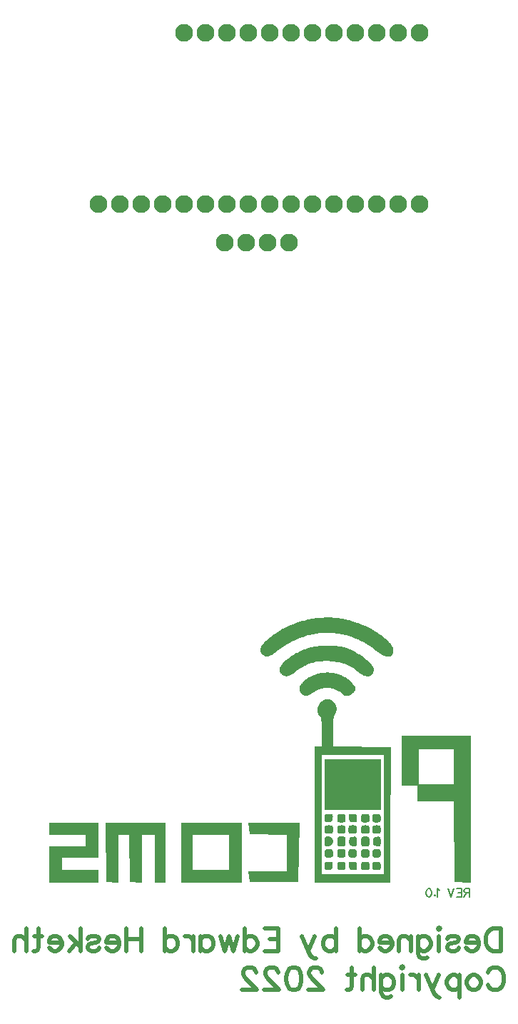
<source format=gbs>
G04 Layer: BottomSolderMaskLayer*
G04 EasyEDA v6.5.22, 2022-11-13 20:13:56*
G04 b6ff6bc9bab445359ce0fdefb00da0e9,a2731e2ff01b41edbee4f831c5fec297,10*
G04 Gerber Generator version 0.2*
G04 Scale: 100 percent, Rotated: No, Reflected: No *
G04 Dimensions in millimeters *
G04 leading zeros omitted , absolute positions ,4 integer and 5 decimal *
%FSLAX45Y45*%
%MOMM*%

%ADD10C,0.5080*%
%ADD11C,0.2032*%
%ADD12C,2.1016*%

%LPD*%
G36*
X3866794Y4621276D02*
G01*
X3842512Y4620768D01*
X3818178Y4619752D01*
X3793947Y4618177D01*
X3769664Y4616094D01*
X3751529Y4614164D01*
X3733393Y4611928D01*
X3703269Y4607610D01*
X3685286Y4604613D01*
X3655364Y4598974D01*
X3637483Y4595215D01*
X3619652Y4591151D01*
X3590086Y4583734D01*
X3572459Y4578908D01*
X3549091Y4572050D01*
X3514293Y4560773D01*
X3485591Y4550511D01*
X3457194Y4539538D01*
X3429101Y4527753D01*
X3417925Y4522825D01*
X3395776Y4512564D01*
X3368446Y4499152D01*
X3341471Y4484928D01*
X3325469Y4476038D01*
X3304387Y4463796D01*
X3278428Y4447794D01*
X3252876Y4431030D01*
X3232810Y4417161D01*
X3213049Y4402785D01*
X3193643Y4387951D01*
X3168548Y4367682D01*
X3154273Y4355439D01*
X3141268Y4343654D01*
X3129432Y4332224D01*
X3118764Y4321200D01*
X3109315Y4310583D01*
X3101035Y4300270D01*
X3093974Y4290314D01*
X3088030Y4280611D01*
X3083255Y4271264D01*
X3079648Y4262120D01*
X3077159Y4253280D01*
X3075787Y4244644D01*
X3075533Y4240377D01*
X3075584Y4236212D01*
X3076448Y4227982D01*
X3077311Y4223918D01*
X3078429Y4219905D01*
X3081477Y4211980D01*
X3085642Y4204208D01*
X3090875Y4196537D01*
X3097174Y4188968D01*
X3103321Y4182465D01*
X3109417Y4176776D01*
X3115564Y4171848D01*
X3121710Y4167682D01*
X3124809Y4165904D01*
X3131210Y4163009D01*
X3134461Y4161840D01*
X3141116Y4160215D01*
X3148126Y4159402D01*
X3155442Y4159453D01*
X3163163Y4160418D01*
X3171342Y4162298D01*
X3180080Y4165092D01*
X3189325Y4168800D01*
X3199282Y4173474D01*
X3209848Y4179163D01*
X3221228Y4185767D01*
X3233369Y4193387D01*
X3246424Y4202074D01*
X3260344Y4211726D01*
X3275279Y4222445D01*
X3291230Y4234230D01*
X3318154Y4254601D01*
X3343249Y4272584D01*
X3363569Y4286300D01*
X3384143Y4299458D01*
X3394506Y4305808D01*
X3420668Y4321048D01*
X3436518Y4329734D01*
X3463188Y4343501D01*
X3490163Y4356303D01*
X3511905Y4365904D01*
X3528314Y4372711D01*
X3544824Y4379214D01*
X3572510Y4389272D01*
X3600399Y4398416D01*
X3622801Y4405071D01*
X3639718Y4409694D01*
X3668014Y4416602D01*
X3679342Y4419142D01*
X3702100Y4423714D01*
X3724960Y4427728D01*
X3753561Y4431893D01*
X3770782Y4433976D01*
X3799484Y4436668D01*
X3822496Y4438142D01*
X3845509Y4439056D01*
X3874312Y4439412D01*
X3903065Y4438802D01*
X3920286Y4437989D01*
X3937508Y4436872D01*
X3960418Y4434840D01*
X3983278Y4432198D01*
X4000398Y4429861D01*
X4017467Y4427220D01*
X4040174Y4423105D01*
X4057142Y4419650D01*
X4085285Y4413199D01*
X4102049Y4408881D01*
X4129938Y4400905D01*
X4152087Y4393895D01*
X4174083Y4386326D01*
X4185005Y4382312D01*
X4212183Y4371594D01*
X4239107Y4360011D01*
X4265726Y4347464D01*
X4291990Y4334052D01*
X4302455Y4328414D01*
X4318000Y4319676D01*
X4333392Y4310634D01*
X4358792Y4294835D01*
X4373880Y4284878D01*
X4398619Y4267606D01*
X4423003Y4249420D01*
X4449013Y4228693D01*
X4462424Y4218279D01*
X4475480Y4208729D01*
X4488180Y4199991D01*
X4500524Y4192066D01*
X4512462Y4184954D01*
X4523994Y4178655D01*
X4535119Y4173220D01*
X4545838Y4168546D01*
X4556099Y4164736D01*
X4565954Y4161739D01*
X4575302Y4159554D01*
X4584242Y4158234D01*
X4592675Y4157675D01*
X4600651Y4157979D01*
X4604410Y4158386D01*
X4611624Y4159910D01*
X4618329Y4162247D01*
X4624476Y4165396D01*
X4630115Y4169359D01*
X4632706Y4171594D01*
X4637532Y4176826D01*
X4641799Y4182821D01*
X4645456Y4189628D01*
X4648555Y4197248D01*
X4651044Y4205681D01*
X4652924Y4214977D01*
X4654194Y4225036D01*
X4654804Y4235907D01*
X4654854Y4244340D01*
X4654245Y4249928D01*
X4653026Y4255668D01*
X4651248Y4261561D01*
X4648962Y4267657D01*
X4646066Y4273905D01*
X4642662Y4280306D01*
X4638751Y4286808D01*
X4634280Y4293514D01*
X4629353Y4300321D01*
X4623968Y4307230D01*
X4611776Y4321352D01*
X4605020Y4328617D01*
X4590237Y4343247D01*
X4573879Y4358182D01*
X4560620Y4369511D01*
X4541723Y4384700D01*
X4521606Y4399991D01*
X4494784Y4419041D01*
X4472127Y4434179D01*
X4442561Y4452823D01*
X4411726Y4471111D01*
X4386376Y4485335D01*
X4353864Y4502556D01*
X4320794Y4518964D01*
X4293971Y4531410D01*
X4267047Y4543196D01*
X4240072Y4554270D01*
X4226610Y4559503D01*
X4206443Y4566920D01*
X4179773Y4576064D01*
X4153408Y4584242D01*
X4140403Y4587951D01*
X4114698Y4594555D01*
X4084218Y4601108D01*
X4060342Y4605578D01*
X4030319Y4610354D01*
X4006240Y4613554D01*
X3982110Y4616196D01*
X3963924Y4617821D01*
X3945788Y4619142D01*
X3921506Y4620412D01*
X3897223Y4621123D01*
G37*
G36*
X3849319Y4287977D02*
G01*
X3823614Y4287367D01*
X3798315Y4285996D01*
X3773424Y4283811D01*
X3748887Y4280916D01*
X3724706Y4277156D01*
X3712718Y4275023D01*
X3688994Y4270095D01*
X3671417Y4265879D01*
X3648201Y4259529D01*
X3625240Y4252417D01*
X3608171Y4246524D01*
X3596894Y4242308D01*
X3580028Y4235653D01*
X3557727Y4226052D01*
X3535629Y4215587D01*
X3513683Y4204258D01*
X3502761Y4198315D01*
X3486454Y4188968D01*
X3464814Y4175760D01*
X3448659Y4165295D01*
X3433013Y4154728D01*
X3418332Y4144365D01*
X3404514Y4134307D01*
X3391662Y4124401D01*
X3379673Y4114749D01*
X3368598Y4105249D01*
X3358387Y4096004D01*
X3349142Y4086910D01*
X3340709Y4078020D01*
X3333242Y4069283D01*
X3326587Y4060748D01*
X3320846Y4052366D01*
X3315970Y4044137D01*
X3312007Y4036110D01*
X3308908Y4028186D01*
X3306622Y4020413D01*
X3305251Y4012793D01*
X3304743Y4005275D01*
X3305048Y3997909D01*
X3306216Y3990644D01*
X3307130Y3987037D01*
X3309620Y3979926D01*
X3312922Y3972915D01*
X3317087Y3966006D01*
X3322065Y3959199D01*
X3327857Y3952494D01*
X3334512Y3945839D01*
X3341370Y3939997D01*
X3348329Y3935069D01*
X3355390Y3931107D01*
X3362706Y3928110D01*
X3370275Y3926078D01*
X3374136Y3925417D01*
X3382162Y3924909D01*
X3390595Y3925366D01*
X3399434Y3926890D01*
X3408730Y3929430D01*
X3418586Y3932986D01*
X3429050Y3937609D01*
X3440125Y3943299D01*
X3451910Y3950055D01*
X3464458Y3957878D01*
X3477768Y3966870D01*
X3491890Y3976928D01*
X3517493Y3995928D01*
X3538524Y4010710D01*
X3559606Y4024376D01*
X3575456Y4033824D01*
X3586073Y4039819D01*
X3596690Y4045508D01*
X3607409Y4050944D01*
X3618128Y4056075D01*
X3634333Y4063288D01*
X3656177Y4071924D01*
X3678377Y4079544D01*
X3689604Y4082948D01*
X3700932Y4086047D01*
X3718153Y4090314D01*
X3741572Y4095089D01*
X3765499Y4098848D01*
X3790035Y4101592D01*
X3802532Y4102658D01*
X3828084Y4103979D01*
X3841140Y4104284D01*
X3861054Y4104335D01*
X3888333Y4103573D01*
X3916578Y4101896D01*
X3944365Y4099356D01*
X3957878Y4097782D01*
X3984142Y4093972D01*
X3996944Y4091736D01*
X4015740Y4087977D01*
X4040022Y4082186D01*
X4051858Y4078986D01*
X4063492Y4075531D01*
X4074922Y4071823D01*
X4091736Y4065828D01*
X4108145Y4059326D01*
X4124198Y4052265D01*
X4145026Y4042003D01*
X4165244Y4030726D01*
X4175150Y4024731D01*
X4194606Y4011929D01*
X4213606Y3998112D01*
X4232148Y3983228D01*
X4252772Y3965752D01*
X4264202Y3957116D01*
X4275531Y3949496D01*
X4286656Y3942892D01*
X4297629Y3937254D01*
X4308398Y3932580D01*
X4318863Y3928872D01*
X4329023Y3926179D01*
X4338878Y3924401D01*
X4348327Y3923588D01*
X4357420Y3923690D01*
X4366006Y3924757D01*
X4374184Y3926789D01*
X4378045Y3928110D01*
X4381804Y3929684D01*
X4388866Y3933545D01*
X4392168Y3935780D01*
X4395317Y3938270D01*
X4401210Y3943959D01*
X4406392Y3950512D01*
X4408728Y3954119D01*
X4412843Y3961993D01*
X4414621Y3966260D01*
X4417618Y3975506D01*
X4419803Y3985564D01*
X4421124Y3996537D01*
X4421479Y4002328D01*
X4421479Y4011269D01*
X4420717Y4017314D01*
X4419193Y4023563D01*
X4416958Y4030116D01*
X4413961Y4036822D01*
X4410354Y4043781D01*
X4406087Y4050842D01*
X4401159Y4058107D01*
X4395673Y4065524D01*
X4389577Y4073042D01*
X4382922Y4080713D01*
X4375708Y4088434D01*
X4368038Y4096207D01*
X4359859Y4104081D01*
X4351223Y4112006D01*
X4342180Y4119930D01*
X4322826Y4135780D01*
X4301998Y4151477D01*
X4279900Y4166971D01*
X4256786Y4182008D01*
X4232757Y4196588D01*
X4208068Y4210456D01*
X4195521Y4217111D01*
X4176522Y4226661D01*
X4163771Y4232706D01*
X4144568Y4241342D01*
X4119016Y4251756D01*
X4106265Y4256532D01*
X4093616Y4260951D01*
X4081068Y4265015D01*
X4068622Y4268673D01*
X4056329Y4271975D01*
X4046880Y4274210D01*
X4029811Y4277156D01*
X4007713Y4279900D01*
X3981805Y4282389D01*
X3953052Y4284522D01*
X3922725Y4286250D01*
X3884066Y4287621D01*
X3868877Y4287926D01*
G37*
G36*
X3870299Y3968496D02*
G01*
X3858209Y3968292D01*
X3846169Y3967734D01*
X3834180Y3966870D01*
X3822192Y3965701D01*
X3810304Y3964178D01*
X3798468Y3962400D01*
X3786682Y3960266D01*
X3774998Y3957828D01*
X3763365Y3955084D01*
X3751884Y3952087D01*
X3740454Y3948734D01*
X3729177Y3945077D01*
X3718051Y3941165D01*
X3707028Y3936898D01*
X3696106Y3932377D01*
X3685387Y3927551D01*
X3674821Y3922420D01*
X3664407Y3917035D01*
X3654196Y3911346D01*
X3639210Y3902252D01*
X3624681Y3892550D01*
X3615232Y3885692D01*
X3606037Y3878579D01*
X3597097Y3871214D01*
X3588359Y3863543D01*
X3578656Y3854399D01*
X3573576Y3849166D01*
X3564534Y3838803D01*
X3560521Y3833672D01*
X3556863Y3828542D01*
X3553561Y3823411D01*
X3550615Y3818331D01*
X3548024Y3813251D01*
X3545789Y3808171D01*
X3543909Y3803142D01*
X3542385Y3798112D01*
X3541217Y3793134D01*
X3540353Y3788105D01*
X3539896Y3783177D01*
X3539744Y3778199D01*
X3539998Y3773271D01*
X3540556Y3768344D01*
X3541522Y3763467D01*
X3542792Y3758539D01*
X3544468Y3753713D01*
X3546449Y3748836D01*
X3548786Y3744010D01*
X3551478Y3739184D01*
X3554526Y3734409D01*
X3557930Y3729634D01*
X3561689Y3724859D01*
X3565804Y3720084D01*
X3573576Y3712006D01*
X3581044Y3705301D01*
X3584752Y3702405D01*
X3588461Y3699865D01*
X3592169Y3697681D01*
X3595878Y3695852D01*
X3599687Y3694328D01*
X3603498Y3693160D01*
X3607460Y3692347D01*
X3611473Y3691890D01*
X3615639Y3691788D01*
X3619957Y3691991D01*
X3624376Y3692601D01*
X3633825Y3694836D01*
X3644137Y3698544D01*
X3655466Y3703675D01*
X3667912Y3710279D01*
X3681628Y3718356D01*
X3710686Y3737000D01*
X3722166Y3744010D01*
X3733800Y3750513D01*
X3745433Y3756456D01*
X3757168Y3761892D01*
X3768953Y3766718D01*
X3780790Y3771087D01*
X3792626Y3774846D01*
X3804513Y3778097D01*
X3816451Y3780790D01*
X3828338Y3782974D01*
X3840226Y3784549D01*
X3852113Y3785615D01*
X3863949Y3786124D01*
X3875735Y3786124D01*
X3887520Y3785565D01*
X3899204Y3784396D01*
X3910837Y3782720D01*
X3922420Y3780536D01*
X3933901Y3777742D01*
X3945280Y3774389D01*
X3956558Y3770528D01*
X3967683Y3766058D01*
X3978706Y3761079D01*
X3991203Y3754729D01*
X4004970Y3747262D01*
X4018026Y3739692D01*
X4030065Y3732326D01*
X4040784Y3725265D01*
X4049826Y3718814D01*
X4056887Y3713124D01*
X4061663Y3708450D01*
X4065371Y3703269D01*
X4068013Y3700373D01*
X4070858Y3697884D01*
X4074007Y3695750D01*
X4077411Y3694023D01*
X4081018Y3692601D01*
X4084828Y3691534D01*
X4088841Y3690823D01*
X4093006Y3690416D01*
X4097324Y3690315D01*
X4101795Y3690518D01*
X4106367Y3691026D01*
X4115765Y3692906D01*
X4125366Y3695801D01*
X4135069Y3699662D01*
X4144721Y3704437D01*
X4154170Y3710025D01*
X4163212Y3716324D01*
X4171797Y3723284D01*
X4179671Y3730802D01*
X4186783Y3738829D01*
X4189984Y3742994D01*
X4192930Y3747262D01*
X4195572Y3751630D01*
X4199991Y3760520D01*
X4201718Y3765042D01*
X4203090Y3769614D01*
X4204106Y3774236D01*
X4204716Y3778859D01*
X4204919Y3783482D01*
X4204716Y3786530D01*
X4204208Y3789730D01*
X4203395Y3793083D01*
X4200753Y3800094D01*
X4196994Y3807612D01*
X4192066Y3815486D01*
X4186123Y3823715D01*
X4179214Y3832148D01*
X4171442Y3840835D01*
X4162856Y3849573D01*
X4153509Y3858463D01*
X4143552Y3867302D01*
X4133037Y3876040D01*
X4122064Y3884676D01*
X4110634Y3893108D01*
X4098899Y3901287D01*
X4086910Y3909110D01*
X4074718Y3916578D01*
X4062476Y3923588D01*
X4050182Y3930040D01*
X4037939Y3935882D01*
X4025849Y3941114D01*
X4013962Y3945585D01*
X4002278Y3949395D01*
X3990492Y3952798D01*
X3978656Y3955897D01*
X3966718Y3958590D01*
X3954779Y3960977D01*
X3942740Y3963060D01*
X3930700Y3964787D01*
X3912615Y3966768D01*
X3894480Y3967987D01*
X3882339Y3968394D01*
G37*
G36*
X3872534Y3654806D02*
G01*
X3867302Y3654602D01*
X3862019Y3653993D01*
X3856736Y3653028D01*
X3851401Y3651656D01*
X3845966Y3649929D01*
X3840479Y3647795D01*
X3834942Y3645255D01*
X3829253Y3642309D01*
X3823462Y3639007D01*
X3817518Y3635298D01*
X3805224Y3626662D01*
X3798824Y3621735D01*
X3794201Y3617874D01*
X3789883Y3613759D01*
X3785717Y3609340D01*
X3781856Y3604717D01*
X3778199Y3599840D01*
X3774795Y3594760D01*
X3771646Y3589528D01*
X3768750Y3584092D01*
X3766108Y3578504D01*
X3763721Y3572814D01*
X3761587Y3567023D01*
X3759708Y3561181D01*
X3758082Y3555237D01*
X3755644Y3543198D01*
X3754272Y3531209D01*
X3753967Y3519322D01*
X3754272Y3513480D01*
X3754831Y3507689D01*
X3755644Y3502050D01*
X3756761Y3496564D01*
X3758133Y3491229D01*
X3759860Y3486048D01*
X3761841Y3481070D01*
X3764076Y3476294D01*
X3766667Y3471722D01*
X3769512Y3467455D01*
X3772662Y3463442D01*
X3776167Y3459683D01*
X3781653Y3454704D01*
X3784955Y3450996D01*
X3788003Y3446475D01*
X3790696Y3441090D01*
X3793134Y3434740D01*
X3795318Y3427272D01*
X3797198Y3418687D01*
X3798874Y3408883D01*
X3800348Y3397707D01*
X3801567Y3385108D01*
X3802583Y3371037D01*
X3803396Y3355340D01*
X3804462Y3318814D01*
X3804869Y3274822D01*
X3804920Y3089605D01*
X3721557Y3089605D01*
X3721557Y2989630D01*
X4538218Y2989630D01*
X4538218Y1572971D01*
X3804920Y1572971D01*
X3804920Y2989630D01*
X3721557Y2989630D01*
X3721557Y1472946D01*
X4621580Y1472946D01*
X4622241Y1940153D01*
X4624781Y3081274D01*
X3938219Y3090316D01*
X3938371Y3296513D01*
X3939032Y3333292D01*
X3940251Y3365195D01*
X3942130Y3392678D01*
X3943299Y3404920D01*
X3944670Y3416147D01*
X3946194Y3426510D01*
X3947922Y3435959D01*
X3949801Y3444646D01*
X3951935Y3452571D01*
X3954221Y3459784D01*
X3956761Y3466337D01*
X3959504Y3472230D01*
X3962450Y3477615D01*
X3967226Y3485387D01*
X3970121Y3490823D01*
X3972661Y3496360D01*
X3974846Y3501999D01*
X3976674Y3507740D01*
X3978198Y3513582D01*
X3979418Y3519474D01*
X3980230Y3525367D01*
X3980789Y3531362D01*
X3980992Y3537356D01*
X3980434Y3549345D01*
X3979672Y3555339D01*
X3978605Y3561232D01*
X3977233Y3567125D01*
X3975557Y3572916D01*
X3971290Y3584244D01*
X3968699Y3589782D01*
X3965803Y3595115D01*
X3962654Y3600348D01*
X3959199Y3605428D01*
X3955440Y3610356D01*
X3951427Y3615029D01*
X3947160Y3619550D01*
X3942587Y3623818D01*
X3937762Y3627882D01*
X3932631Y3631692D01*
X3920947Y3639312D01*
X3915308Y3642563D01*
X3904284Y3647897D01*
X3898849Y3649979D01*
X3893515Y3651707D01*
X3888232Y3653078D01*
X3882999Y3654044D01*
X3877767Y3654602D01*
G37*
G36*
X4754930Y3222955D02*
G01*
X4754930Y3056280D01*
X5371592Y3056280D01*
X5371592Y2639618D01*
X4954879Y2639618D01*
X4954879Y3056280D01*
X4754930Y3056280D01*
X4754930Y2622956D01*
X4938217Y2622956D01*
X4938217Y2439619D01*
X5371084Y2439619D01*
X5379923Y1481277D01*
X5571591Y1471320D01*
X5571591Y3222955D01*
G37*
G36*
X3838244Y2939643D02*
G01*
X3838244Y2339644D01*
X4504893Y2339644D01*
X4504893Y2939643D01*
G37*
G36*
X4454906Y2289606D02*
G01*
X4440021Y2289302D01*
X4433773Y2288844D01*
X4428337Y2288082D01*
X4423613Y2286965D01*
X4419549Y2285542D01*
X4416094Y2283663D01*
X4413250Y2281275D01*
X4410913Y2278430D01*
X4408982Y2274976D01*
X4407560Y2270912D01*
X4406493Y2266188D01*
X4405731Y2260752D01*
X4405223Y2254554D01*
X4404918Y2239619D01*
X4405223Y2224735D01*
X4405731Y2218486D01*
X4406493Y2213051D01*
X4407560Y2208326D01*
X4408982Y2204262D01*
X4410913Y2200859D01*
X4413250Y2197963D01*
X4416094Y2195626D01*
X4419549Y2193747D01*
X4423613Y2192274D01*
X4428337Y2191207D01*
X4433773Y2190445D01*
X4440021Y2189937D01*
X4454906Y2189632D01*
X4469790Y2189937D01*
X4476038Y2190445D01*
X4481474Y2191207D01*
X4486198Y2192274D01*
X4490262Y2193747D01*
X4493717Y2195626D01*
X4496562Y2197963D01*
X4498949Y2200859D01*
X4500829Y2204262D01*
X4502251Y2208326D01*
X4503318Y2213051D01*
X4504080Y2218486D01*
X4504588Y2224735D01*
X4504893Y2239619D01*
X4504588Y2254554D01*
X4504080Y2260752D01*
X4503318Y2266188D01*
X4502251Y2270912D01*
X4500829Y2274976D01*
X4498949Y2278430D01*
X4496562Y2281275D01*
X4493717Y2283663D01*
X4490262Y2285542D01*
X4486198Y2286965D01*
X4481474Y2288082D01*
X4476038Y2288844D01*
X4462780Y2289556D01*
G37*
G36*
X4321556Y2289606D02*
G01*
X4306671Y2289302D01*
X4300474Y2288844D01*
X4294987Y2288082D01*
X4290263Y2286965D01*
X4286199Y2285542D01*
X4282795Y2283663D01*
X4279900Y2281275D01*
X4277563Y2278430D01*
X4275683Y2274976D01*
X4274210Y2270912D01*
X4273143Y2266188D01*
X4272381Y2260752D01*
X4271670Y2247493D01*
X4271670Y2231745D01*
X4272381Y2218486D01*
X4273143Y2213051D01*
X4274210Y2208326D01*
X4275683Y2204262D01*
X4277563Y2200859D01*
X4279900Y2197963D01*
X4282795Y2195626D01*
X4286199Y2193747D01*
X4290263Y2192274D01*
X4294987Y2191207D01*
X4300474Y2190445D01*
X4306671Y2189937D01*
X4321556Y2189632D01*
X4336491Y2189937D01*
X4342688Y2190445D01*
X4348124Y2191207D01*
X4352848Y2192274D01*
X4356912Y2193747D01*
X4360367Y2195626D01*
X4363262Y2197963D01*
X4365599Y2200859D01*
X4367479Y2204262D01*
X4368952Y2208326D01*
X4370019Y2213051D01*
X4370781Y2218486D01*
X4371492Y2231745D01*
X4371492Y2247493D01*
X4370781Y2260752D01*
X4370019Y2266188D01*
X4368952Y2270912D01*
X4367479Y2274976D01*
X4365599Y2278430D01*
X4363262Y2281275D01*
X4360367Y2283663D01*
X4356912Y2285542D01*
X4352848Y2286965D01*
X4348124Y2288082D01*
X4342688Y2288844D01*
X4329480Y2289556D01*
G37*
G36*
X4170476Y2289606D02*
G01*
X4155135Y2289352D01*
X4148785Y2288946D01*
X4143248Y2288235D01*
X4138523Y2287270D01*
X4134510Y2286000D01*
X4131208Y2284272D01*
X4128566Y2282139D01*
X4126484Y2279548D01*
X4124960Y2276398D01*
X4123893Y2272690D01*
X4123334Y2268321D01*
X4123182Y2263292D01*
X4123842Y2251100D01*
X4125823Y2235301D01*
X4127347Y2227783D01*
X4129328Y2221230D01*
X4131716Y2215489D01*
X4134662Y2210511D01*
X4138218Y2206294D01*
X4142486Y2202738D01*
X4147413Y2199792D01*
X4153154Y2197354D01*
X4159758Y2195423D01*
X4167225Y2193899D01*
X4175760Y2192680D01*
X4189526Y2191410D01*
X4195267Y2191207D01*
X4200296Y2191410D01*
X4204614Y2191969D01*
X4208322Y2192985D01*
X4211472Y2194509D01*
X4214114Y2196592D01*
X4216247Y2199284D01*
X4217924Y2202586D01*
X4219244Y2206599D01*
X4220210Y2211324D01*
X4220870Y2216810D01*
X4221530Y2230374D01*
X4221276Y2253894D01*
X4220768Y2260295D01*
X4220057Y2265883D01*
X4218990Y2270709D01*
X4217517Y2274874D01*
X4215638Y2278380D01*
X4213250Y2281275D01*
X4210304Y2283663D01*
X4206798Y2285542D01*
X4202684Y2287016D01*
X4197807Y2288082D01*
X4192219Y2288844D01*
X4178604Y2289556D01*
G37*
G36*
X4038244Y2289606D02*
G01*
X4023309Y2289302D01*
X4017111Y2288844D01*
X4011676Y2288082D01*
X4006951Y2286965D01*
X4002887Y2285542D01*
X3999433Y2283663D01*
X3996588Y2281275D01*
X3994200Y2278430D01*
X3992321Y2274976D01*
X3990898Y2270912D01*
X3989781Y2266188D01*
X3989070Y2260752D01*
X3988562Y2254554D01*
X3988257Y2239619D01*
X3988562Y2224735D01*
X3989070Y2218486D01*
X3989781Y2213051D01*
X3990898Y2208326D01*
X3992321Y2204262D01*
X3994200Y2200859D01*
X3996588Y2197963D01*
X3999433Y2195626D01*
X4002887Y2193747D01*
X4006951Y2192274D01*
X4011676Y2191207D01*
X4017111Y2190445D01*
X4023309Y2189937D01*
X4038244Y2189632D01*
X4053128Y2189937D01*
X4059377Y2190445D01*
X4064812Y2191207D01*
X4069537Y2192274D01*
X4073601Y2193747D01*
X4077055Y2195626D01*
X4079900Y2197963D01*
X4082237Y2200859D01*
X4084116Y2204262D01*
X4085590Y2208326D01*
X4086656Y2213051D01*
X4087418Y2218486D01*
X4087926Y2224735D01*
X4088231Y2239619D01*
X4087926Y2254554D01*
X4087418Y2260752D01*
X4086656Y2266188D01*
X4085590Y2270912D01*
X4084116Y2274976D01*
X4082237Y2278430D01*
X4079900Y2281275D01*
X4077055Y2283663D01*
X4073601Y2285542D01*
X4069537Y2286965D01*
X4064812Y2288082D01*
X4059377Y2288844D01*
X4046118Y2289556D01*
G37*
G36*
X3889349Y2289606D02*
G01*
X3873957Y2289302D01*
X3867556Y2288844D01*
X3861968Y2288082D01*
X3857142Y2287016D01*
X3852976Y2285542D01*
X3849471Y2283663D01*
X3846576Y2281275D01*
X3844188Y2278380D01*
X3842308Y2274874D01*
X3840835Y2270709D01*
X3839768Y2265883D01*
X3839006Y2260295D01*
X3838295Y2246680D01*
X3838295Y2230374D01*
X3838498Y2223160D01*
X3838956Y2216810D01*
X3839616Y2211324D01*
X3840581Y2206599D01*
X3841902Y2202586D01*
X3843578Y2199284D01*
X3845712Y2196592D01*
X3848354Y2194509D01*
X3851452Y2192985D01*
X3855212Y2191969D01*
X3859529Y2191410D01*
X3864559Y2191207D01*
X3870299Y2191410D01*
X3884066Y2192680D01*
X3892550Y2193899D01*
X3900068Y2195423D01*
X3906672Y2197354D01*
X3912412Y2199792D01*
X3917340Y2202738D01*
X3921556Y2206294D01*
X3925112Y2210511D01*
X3928110Y2215489D01*
X3930497Y2221230D01*
X3932478Y2227783D01*
X3934002Y2235301D01*
X3935171Y2243785D01*
X3936441Y2257602D01*
X3936644Y2263292D01*
X3936492Y2268321D01*
X3935882Y2272690D01*
X3934866Y2276398D01*
X3933342Y2279548D01*
X3931259Y2282139D01*
X3928567Y2284272D01*
X3925265Y2286000D01*
X3921302Y2287270D01*
X3916527Y2288235D01*
X3911041Y2288946D01*
X3897477Y2289556D01*
G37*
G36*
X2936341Y2189632D02*
G01*
X2946552Y2047951D01*
X3388258Y2038654D01*
X3388258Y1606296D01*
X2936240Y1606296D01*
X2946552Y1481277D01*
X3529888Y1481277D01*
X3538931Y2189632D01*
G37*
G36*
X2138222Y2189632D02*
G01*
X2138222Y2039620D01*
X2704896Y2039620D01*
X2704896Y1622958D01*
X2271572Y1622958D01*
X2271572Y2039620D01*
X2138222Y2039620D01*
X2138222Y1472946D01*
X2854909Y1472946D01*
X2854909Y2189632D01*
G37*
G36*
X1237589Y2189632D02*
G01*
X1246581Y1481277D01*
X1388262Y1471066D01*
X1388262Y2039620D01*
X1520799Y2039620D01*
X1529892Y1481277D01*
X1671574Y1471066D01*
X1671574Y2039620D01*
X1821586Y2039620D01*
X1821586Y1472946D01*
X1954936Y1472946D01*
X1954936Y2189632D01*
G37*
G36*
X571601Y2189632D02*
G01*
X571601Y2039620D01*
X1004925Y2039620D01*
X1004925Y1906270D01*
X571601Y1906270D01*
X571601Y1472946D01*
X1154938Y1472946D01*
X1154938Y1622958D01*
X721563Y1622958D01*
X721563Y1772970D01*
X1154938Y1772970D01*
X1154938Y2189632D01*
G37*
G36*
X4454906Y2156307D02*
G01*
X4440021Y2155952D01*
X4433773Y2155494D01*
X4428337Y2154732D01*
X4423613Y2153666D01*
X4419549Y2152192D01*
X4416094Y2150313D01*
X4413250Y2147976D01*
X4410913Y2145080D01*
X4408982Y2141626D01*
X4407560Y2137562D01*
X4406493Y2132838D01*
X4405731Y2127402D01*
X4405223Y2121204D01*
X4404918Y2106320D01*
X4405223Y2091385D01*
X4405731Y2085187D01*
X4406493Y2079752D01*
X4407560Y2075027D01*
X4408982Y2070963D01*
X4410913Y2067509D01*
X4413250Y2064613D01*
X4416094Y2062276D01*
X4419549Y2060397D01*
X4423613Y2058924D01*
X4428337Y2057857D01*
X4433773Y2057095D01*
X4447032Y2056384D01*
X4462780Y2056384D01*
X4476038Y2057095D01*
X4481474Y2057857D01*
X4486198Y2058924D01*
X4490262Y2060397D01*
X4493717Y2062276D01*
X4496562Y2064613D01*
X4498949Y2067509D01*
X4500829Y2070963D01*
X4502251Y2075027D01*
X4503318Y2079752D01*
X4504080Y2085187D01*
X4504588Y2091385D01*
X4504893Y2106320D01*
X4504588Y2121204D01*
X4504080Y2127402D01*
X4503318Y2132838D01*
X4502251Y2137562D01*
X4500829Y2141626D01*
X4498949Y2145080D01*
X4496562Y2147976D01*
X4493717Y2150313D01*
X4490262Y2152192D01*
X4486198Y2153666D01*
X4481474Y2154732D01*
X4476038Y2155494D01*
X4462780Y2156206D01*
G37*
G36*
X4321556Y2156307D02*
G01*
X4306671Y2155952D01*
X4300474Y2155494D01*
X4294987Y2154732D01*
X4290263Y2153666D01*
X4286199Y2152192D01*
X4282795Y2150313D01*
X4279900Y2147976D01*
X4277563Y2145080D01*
X4275683Y2141626D01*
X4274210Y2137562D01*
X4273143Y2132838D01*
X4272381Y2127402D01*
X4271670Y2114194D01*
X4271670Y2098395D01*
X4272381Y2085187D01*
X4273143Y2079752D01*
X4274210Y2075027D01*
X4275683Y2070963D01*
X4277563Y2067509D01*
X4279900Y2064613D01*
X4282795Y2062276D01*
X4286199Y2060397D01*
X4290263Y2058924D01*
X4294987Y2057857D01*
X4300474Y2057095D01*
X4313682Y2056384D01*
X4329480Y2056384D01*
X4342688Y2057095D01*
X4348124Y2057857D01*
X4352848Y2058924D01*
X4356912Y2060397D01*
X4360367Y2062276D01*
X4363262Y2064613D01*
X4365599Y2067509D01*
X4367479Y2070963D01*
X4368952Y2075027D01*
X4370019Y2079752D01*
X4370781Y2085187D01*
X4371492Y2098395D01*
X4371492Y2114194D01*
X4370781Y2127402D01*
X4370019Y2132838D01*
X4368952Y2137562D01*
X4367479Y2141626D01*
X4365599Y2145080D01*
X4363262Y2147976D01*
X4360367Y2150313D01*
X4356912Y2152192D01*
X4352848Y2153666D01*
X4348124Y2154732D01*
X4342688Y2155494D01*
X4329480Y2156206D01*
G37*
G36*
X4171594Y2156307D02*
G01*
X4156659Y2155952D01*
X4150461Y2155494D01*
X4145026Y2154732D01*
X4140301Y2153666D01*
X4136237Y2152192D01*
X4132783Y2150313D01*
X4129887Y2147976D01*
X4127550Y2145080D01*
X4125671Y2141626D01*
X4124198Y2137562D01*
X4123131Y2132838D01*
X4122369Y2127402D01*
X4121658Y2114194D01*
X4121658Y2098395D01*
X4122369Y2085187D01*
X4123131Y2079752D01*
X4124198Y2075027D01*
X4125671Y2070963D01*
X4127550Y2067509D01*
X4129887Y2064613D01*
X4132783Y2062276D01*
X4136237Y2060397D01*
X4140301Y2058924D01*
X4145026Y2057857D01*
X4150461Y2057095D01*
X4163669Y2056384D01*
X4179468Y2056384D01*
X4192676Y2057095D01*
X4198112Y2057857D01*
X4202887Y2058924D01*
X4206951Y2060397D01*
X4210354Y2062276D01*
X4213250Y2064613D01*
X4215587Y2067509D01*
X4217466Y2070963D01*
X4218940Y2075027D01*
X4220006Y2079752D01*
X4220768Y2085187D01*
X4221480Y2098395D01*
X4221480Y2114194D01*
X4220768Y2127402D01*
X4220006Y2132838D01*
X4218940Y2137562D01*
X4217466Y2141626D01*
X4215587Y2145080D01*
X4213250Y2147976D01*
X4210354Y2150313D01*
X4206951Y2152192D01*
X4202887Y2153666D01*
X4198112Y2154732D01*
X4192676Y2155494D01*
X4179468Y2156206D01*
G37*
G36*
X4038244Y2156307D02*
G01*
X4023309Y2155952D01*
X4017111Y2155494D01*
X4011676Y2154732D01*
X4006951Y2153666D01*
X4002887Y2152192D01*
X3999433Y2150313D01*
X3996588Y2147976D01*
X3994200Y2145080D01*
X3992321Y2141626D01*
X3990898Y2137562D01*
X3989781Y2132838D01*
X3989070Y2127402D01*
X3988562Y2121204D01*
X3988257Y2106320D01*
X3988562Y2091385D01*
X3989070Y2085187D01*
X3989781Y2079752D01*
X3990898Y2075027D01*
X3992321Y2070963D01*
X3994200Y2067509D01*
X3996588Y2064613D01*
X3999433Y2062276D01*
X4002887Y2060397D01*
X4006951Y2058924D01*
X4011676Y2057857D01*
X4017111Y2057095D01*
X4030370Y2056384D01*
X4046118Y2056384D01*
X4059377Y2057095D01*
X4064812Y2057857D01*
X4069537Y2058924D01*
X4073601Y2060397D01*
X4077055Y2062276D01*
X4079900Y2064613D01*
X4082237Y2067509D01*
X4084116Y2070963D01*
X4085590Y2075027D01*
X4086656Y2079752D01*
X4087418Y2085187D01*
X4087926Y2091385D01*
X4088231Y2106320D01*
X4087926Y2121204D01*
X4087418Y2127402D01*
X4086656Y2132838D01*
X4085590Y2137562D01*
X4084116Y2141626D01*
X4082237Y2145080D01*
X4079900Y2147976D01*
X4077055Y2150313D01*
X4073601Y2152192D01*
X4069537Y2153666D01*
X4064812Y2154732D01*
X4059377Y2155494D01*
X4046118Y2156206D01*
G37*
G36*
X3888232Y2156307D02*
G01*
X3873347Y2155952D01*
X3867099Y2155494D01*
X3861663Y2154732D01*
X3856939Y2153666D01*
X3852875Y2152192D01*
X3849471Y2150313D01*
X3846576Y2147976D01*
X3844239Y2145080D01*
X3842359Y2141626D01*
X3840886Y2137562D01*
X3839819Y2132838D01*
X3839057Y2127402D01*
X3838549Y2121204D01*
X3838244Y2106320D01*
X3838549Y2091385D01*
X3839057Y2085187D01*
X3839819Y2079752D01*
X3840886Y2075027D01*
X3842359Y2070963D01*
X3844239Y2067509D01*
X3846576Y2064613D01*
X3849471Y2062276D01*
X3852875Y2060397D01*
X3856939Y2058924D01*
X3861663Y2057857D01*
X3867099Y2057095D01*
X3880358Y2056384D01*
X3896106Y2056384D01*
X3909364Y2057095D01*
X3914800Y2057857D01*
X3919524Y2058924D01*
X3923588Y2060397D01*
X3927043Y2062276D01*
X3929887Y2064613D01*
X3932275Y2067509D01*
X3934155Y2070963D01*
X3935577Y2075027D01*
X3936695Y2079752D01*
X3937457Y2085187D01*
X3938168Y2098395D01*
X3938168Y2114194D01*
X3937457Y2127402D01*
X3936695Y2132838D01*
X3935577Y2137562D01*
X3934155Y2141626D01*
X3932275Y2145080D01*
X3929887Y2147976D01*
X3927043Y2150313D01*
X3923588Y2152192D01*
X3919524Y2153666D01*
X3914800Y2154732D01*
X3909364Y2155494D01*
X3896106Y2156206D01*
G37*
G36*
X4321556Y2022957D02*
G01*
X4306214Y2022652D01*
X4299864Y2022195D01*
X4294327Y2021382D01*
X4289602Y2020265D01*
X4285538Y2018690D01*
X4282135Y2016556D01*
X4279290Y2013915D01*
X4277055Y2010664D01*
X4275277Y2006701D01*
X4273905Y2001977D01*
X4272889Y1996389D01*
X4272229Y1989937D01*
X4271619Y1974138D01*
X4271619Y1955139D01*
X4272229Y1939289D01*
X4272889Y1932838D01*
X4273905Y1927301D01*
X4275277Y1922576D01*
X4277055Y1918614D01*
X4279290Y1915312D01*
X4282135Y1912670D01*
X4285538Y1910588D01*
X4289602Y1909013D01*
X4294327Y1907844D01*
X4299864Y1907082D01*
X4306214Y1906574D01*
X4321556Y1906270D01*
X4336948Y1906574D01*
X4343298Y1907082D01*
X4348784Y1907844D01*
X4353560Y1909013D01*
X4357624Y1910588D01*
X4361027Y1912670D01*
X4363821Y1915312D01*
X4366107Y1918614D01*
X4367885Y1922576D01*
X4369257Y1927301D01*
X4370222Y1932838D01*
X4370882Y1939289D01*
X4371543Y1955139D01*
X4371543Y1974138D01*
X4370882Y1989937D01*
X4370222Y1996389D01*
X4369257Y2001977D01*
X4367885Y2006701D01*
X4366107Y2010664D01*
X4363821Y2013915D01*
X4361027Y2016556D01*
X4357624Y2018690D01*
X4353560Y2020265D01*
X4348784Y2021382D01*
X4343298Y2022195D01*
X4329734Y2022906D01*
G37*
G36*
X4038244Y2022957D02*
G01*
X4022851Y2022652D01*
X4016552Y2022195D01*
X4011015Y2021382D01*
X4006240Y2020265D01*
X4002176Y2018690D01*
X3998772Y2016556D01*
X3995978Y2013915D01*
X3993692Y2010664D01*
X3991914Y2006701D01*
X3990543Y2001977D01*
X3989578Y1996389D01*
X3988917Y1989937D01*
X3988308Y1974138D01*
X3988308Y1955139D01*
X3988917Y1939289D01*
X3989578Y1932838D01*
X3990543Y1927301D01*
X3991914Y1922576D01*
X3993692Y1918614D01*
X3995978Y1915312D01*
X3998772Y1912670D01*
X4002176Y1910588D01*
X4006240Y1909013D01*
X4011015Y1907844D01*
X4016552Y1907082D01*
X4022851Y1906574D01*
X4038244Y1906270D01*
X4053586Y1906574D01*
X4059936Y1907082D01*
X4065473Y1907844D01*
X4070248Y1909013D01*
X4074312Y1910588D01*
X4077715Y1912670D01*
X4080510Y1915312D01*
X4082796Y1918614D01*
X4084574Y1922576D01*
X4085894Y1927301D01*
X4086910Y1932838D01*
X4087571Y1939289D01*
X4088180Y1955139D01*
X4088180Y1974138D01*
X4087571Y1989937D01*
X4086910Y1996389D01*
X4085894Y2001977D01*
X4084574Y2006701D01*
X4082796Y2010664D01*
X4080510Y2013915D01*
X4077715Y2016556D01*
X4074312Y2018690D01*
X4070248Y2020265D01*
X4065473Y2021382D01*
X4059936Y2022195D01*
X4046372Y2022906D01*
G37*
G36*
X3880408Y2022957D02*
G01*
X3867912Y2022551D01*
X3862679Y2021992D01*
X3858107Y2021078D01*
X3854145Y2019757D01*
X3850690Y2017979D01*
X3847795Y2015743D01*
X3845356Y2012950D01*
X3843375Y2009495D01*
X3841750Y2005380D01*
X3840530Y2000554D01*
X3839616Y1994966D01*
X3838956Y1988515D01*
X3838295Y1972818D01*
X3838448Y1945233D01*
X3838854Y1937715D01*
X3839464Y1931162D01*
X3840327Y1925624D01*
X3841546Y1920951D01*
X3843172Y1917090D01*
X3845255Y1913991D01*
X3847795Y1911604D01*
X3850894Y1909876D01*
X3854602Y1908708D01*
X3858971Y1908048D01*
X3864000Y1907844D01*
X3869842Y1908048D01*
X3883914Y1909368D01*
X3890670Y1910384D01*
X3897020Y1911908D01*
X3902964Y1913839D01*
X3908450Y1916175D01*
X3913530Y1918970D01*
X3918153Y1922119D01*
X3922318Y1925675D01*
X3926078Y1929536D01*
X3929329Y1933803D01*
X3932072Y1938375D01*
X3934358Y1943303D01*
X3936187Y1948484D01*
X3937457Y1953971D01*
X3938270Y1959711D01*
X3938524Y1965706D01*
X3938270Y1971954D01*
X3937508Y1978406D01*
X3936187Y1985060D01*
X3934307Y1991918D01*
X3931818Y1998929D01*
X3929126Y2003755D01*
X3924909Y2008276D01*
X3919474Y2012340D01*
X3912920Y2015896D01*
X3905554Y2018842D01*
X3897528Y2021078D01*
X3889095Y2022449D01*
G37*
G36*
X4479086Y2021433D02*
G01*
X4473244Y2021230D01*
X4459071Y2019909D01*
X4446016Y2017979D01*
X4440478Y2016760D01*
X4435602Y2015337D01*
X4431334Y2013610D01*
X4427575Y2011578D01*
X4424375Y2009190D01*
X4421682Y2006396D01*
X4419396Y2003196D01*
X4417568Y1999488D01*
X4416094Y1995220D01*
X4414977Y1990445D01*
X4414164Y1985010D01*
X4413605Y1978914D01*
X4413250Y1964639D01*
X4413605Y1950313D01*
X4414164Y1944268D01*
X4414977Y1938832D01*
X4416094Y1934006D01*
X4417568Y1929790D01*
X4419396Y1926082D01*
X4421682Y1922830D01*
X4424375Y1920087D01*
X4427575Y1917700D01*
X4431334Y1915668D01*
X4435602Y1913940D01*
X4440478Y1912518D01*
X4446016Y1911299D01*
X4452213Y1910232D01*
X4466590Y1908556D01*
X4473244Y1907997D01*
X4479086Y1907844D01*
X4484166Y1907997D01*
X4488535Y1908657D01*
X4492294Y1909876D01*
X4495393Y1911654D01*
X4497933Y1914093D01*
X4500016Y1917242D01*
X4501642Y1921154D01*
X4502861Y1925929D01*
X4503724Y1931568D01*
X4504334Y1938223D01*
X4504842Y1954682D01*
X4504842Y1974545D01*
X4504334Y1991004D01*
X4503724Y1997659D01*
X4502861Y2003348D01*
X4501642Y2008124D01*
X4500016Y2012035D01*
X4497933Y2015185D01*
X4495393Y2017623D01*
X4492294Y2019401D01*
X4488535Y2020570D01*
X4484166Y2021230D01*
G37*
G36*
X4195775Y2021433D02*
G01*
X4189933Y2021230D01*
X4175760Y2019909D01*
X4162653Y2017979D01*
X4157167Y2016760D01*
X4152290Y2015337D01*
X4147972Y2013610D01*
X4144264Y2011578D01*
X4141063Y2009190D01*
X4138320Y2006396D01*
X4136085Y2003196D01*
X4134205Y1999488D01*
X4132732Y1995220D01*
X4131614Y1990445D01*
X4130801Y1985010D01*
X4129989Y1972157D01*
X4129989Y1957120D01*
X4130801Y1944268D01*
X4131614Y1938832D01*
X4132732Y1934006D01*
X4134205Y1929790D01*
X4136085Y1926082D01*
X4138320Y1922830D01*
X4141063Y1920087D01*
X4144264Y1917700D01*
X4147972Y1915668D01*
X4152290Y1913940D01*
X4157167Y1912518D01*
X4162653Y1911299D01*
X4168851Y1910232D01*
X4183278Y1908556D01*
X4189933Y1907997D01*
X4195775Y1907844D01*
X4200855Y1907997D01*
X4205224Y1908657D01*
X4208932Y1909876D01*
X4212031Y1911654D01*
X4214622Y1914093D01*
X4216654Y1917242D01*
X4218279Y1921154D01*
X4219498Y1925929D01*
X4220413Y1931568D01*
X4220972Y1938223D01*
X4221530Y1954682D01*
X4221530Y1974545D01*
X4220972Y1991004D01*
X4220413Y1997659D01*
X4219498Y2003348D01*
X4218279Y2008124D01*
X4216654Y2012035D01*
X4214622Y2015185D01*
X4212031Y2017623D01*
X4208932Y2019401D01*
X4205224Y2020570D01*
X4200855Y2021230D01*
G37*
G36*
X4454906Y1872945D02*
G01*
X4440021Y1872640D01*
X4433773Y1872132D01*
X4428337Y1871421D01*
X4423613Y1870303D01*
X4419549Y1868881D01*
X4416094Y1867001D01*
X4413250Y1864614D01*
X4410913Y1861769D01*
X4408982Y1858314D01*
X4407560Y1854250D01*
X4406493Y1849526D01*
X4405731Y1844090D01*
X4405223Y1837893D01*
X4404918Y1822957D01*
X4405223Y1808073D01*
X4405731Y1801825D01*
X4406493Y1796389D01*
X4407560Y1791665D01*
X4408982Y1787601D01*
X4410913Y1784146D01*
X4413250Y1781302D01*
X4416094Y1778965D01*
X4419549Y1777085D01*
X4423613Y1775612D01*
X4428337Y1774545D01*
X4433773Y1773783D01*
X4440021Y1773275D01*
X4454906Y1772970D01*
X4469790Y1773275D01*
X4476038Y1773783D01*
X4481474Y1774545D01*
X4486198Y1775612D01*
X4490262Y1777085D01*
X4493717Y1778965D01*
X4496562Y1781302D01*
X4498949Y1784146D01*
X4500829Y1787601D01*
X4502251Y1791665D01*
X4503318Y1796389D01*
X4504080Y1801825D01*
X4504588Y1808073D01*
X4504893Y1822957D01*
X4504588Y1837893D01*
X4504080Y1844090D01*
X4503318Y1849526D01*
X4502251Y1854250D01*
X4500829Y1858314D01*
X4498949Y1861769D01*
X4496562Y1864614D01*
X4493717Y1867001D01*
X4490262Y1868881D01*
X4486198Y1870303D01*
X4481474Y1871421D01*
X4476038Y1872132D01*
X4469790Y1872640D01*
G37*
G36*
X4321556Y1872945D02*
G01*
X4306671Y1872640D01*
X4300474Y1872132D01*
X4294987Y1871421D01*
X4290263Y1870303D01*
X4286199Y1868881D01*
X4282795Y1867001D01*
X4279900Y1864614D01*
X4277563Y1861769D01*
X4275683Y1858314D01*
X4274210Y1854250D01*
X4273143Y1849526D01*
X4272381Y1844090D01*
X4271670Y1830832D01*
X4271670Y1815084D01*
X4272381Y1801825D01*
X4273143Y1796389D01*
X4274210Y1791665D01*
X4275683Y1787601D01*
X4277563Y1784146D01*
X4279900Y1781302D01*
X4282795Y1778965D01*
X4286199Y1777085D01*
X4290263Y1775612D01*
X4294987Y1774545D01*
X4300474Y1773783D01*
X4306671Y1773275D01*
X4321556Y1772970D01*
X4336491Y1773275D01*
X4342688Y1773783D01*
X4348124Y1774545D01*
X4352848Y1775612D01*
X4356912Y1777085D01*
X4360367Y1778965D01*
X4363262Y1781302D01*
X4365599Y1784146D01*
X4367479Y1787601D01*
X4368952Y1791665D01*
X4370019Y1796389D01*
X4370781Y1801825D01*
X4371492Y1815084D01*
X4371492Y1830832D01*
X4370781Y1844090D01*
X4370019Y1849526D01*
X4368952Y1854250D01*
X4367479Y1858314D01*
X4365599Y1861769D01*
X4363262Y1864614D01*
X4360367Y1867001D01*
X4356912Y1868881D01*
X4352848Y1870303D01*
X4348124Y1871421D01*
X4342688Y1872132D01*
X4336491Y1872640D01*
G37*
G36*
X4171594Y1872945D02*
G01*
X4156659Y1872640D01*
X4150461Y1872132D01*
X4145026Y1871421D01*
X4140301Y1870303D01*
X4136237Y1868881D01*
X4132783Y1867001D01*
X4129887Y1864614D01*
X4127550Y1861769D01*
X4125671Y1858314D01*
X4124198Y1854250D01*
X4123131Y1849526D01*
X4122369Y1844090D01*
X4121658Y1830832D01*
X4121658Y1815084D01*
X4122369Y1801825D01*
X4123131Y1796389D01*
X4124198Y1791665D01*
X4125671Y1787601D01*
X4127550Y1784146D01*
X4129887Y1781302D01*
X4132783Y1778965D01*
X4136237Y1777085D01*
X4140301Y1775612D01*
X4145026Y1774545D01*
X4150461Y1773783D01*
X4156659Y1773275D01*
X4171594Y1772970D01*
X4186478Y1773275D01*
X4192676Y1773783D01*
X4198112Y1774545D01*
X4202887Y1775612D01*
X4206951Y1777085D01*
X4210354Y1778965D01*
X4213250Y1781302D01*
X4215587Y1784146D01*
X4217466Y1787601D01*
X4218940Y1791665D01*
X4220006Y1796389D01*
X4220768Y1801825D01*
X4221480Y1815084D01*
X4221480Y1830832D01*
X4220768Y1844090D01*
X4220006Y1849526D01*
X4218940Y1854250D01*
X4217466Y1858314D01*
X4215587Y1861769D01*
X4213250Y1864614D01*
X4210354Y1867001D01*
X4206951Y1868881D01*
X4202887Y1870303D01*
X4198112Y1871421D01*
X4192676Y1872132D01*
X4186478Y1872640D01*
G37*
G36*
X4038244Y1872945D02*
G01*
X4023309Y1872640D01*
X4017111Y1872132D01*
X4011676Y1871421D01*
X4006951Y1870303D01*
X4002887Y1868881D01*
X3999433Y1867001D01*
X3996588Y1864614D01*
X3994200Y1861769D01*
X3992321Y1858314D01*
X3990898Y1854250D01*
X3989781Y1849526D01*
X3989070Y1844090D01*
X3988562Y1837893D01*
X3988257Y1822957D01*
X3988562Y1808073D01*
X3989070Y1801825D01*
X3989781Y1796389D01*
X3990898Y1791665D01*
X3992321Y1787601D01*
X3994200Y1784146D01*
X3996588Y1781302D01*
X3999433Y1778965D01*
X4002887Y1777085D01*
X4006951Y1775612D01*
X4011676Y1774545D01*
X4017111Y1773783D01*
X4023309Y1773275D01*
X4038244Y1772970D01*
X4053128Y1773275D01*
X4059377Y1773783D01*
X4064812Y1774545D01*
X4069537Y1775612D01*
X4073601Y1777085D01*
X4077055Y1778965D01*
X4079900Y1781302D01*
X4082237Y1784146D01*
X4084116Y1787601D01*
X4085590Y1791665D01*
X4086656Y1796389D01*
X4087418Y1801825D01*
X4087926Y1808073D01*
X4088231Y1822957D01*
X4087926Y1837893D01*
X4087418Y1844090D01*
X4086656Y1849526D01*
X4085590Y1854250D01*
X4084116Y1858314D01*
X4082237Y1861769D01*
X4079900Y1864614D01*
X4077055Y1867001D01*
X4073601Y1868881D01*
X4069537Y1870303D01*
X4064812Y1871421D01*
X4059377Y1872132D01*
X4053128Y1872640D01*
G37*
G36*
X3888232Y1872945D02*
G01*
X3873347Y1872640D01*
X3867099Y1872132D01*
X3861663Y1871421D01*
X3856939Y1870303D01*
X3852875Y1868881D01*
X3849471Y1867001D01*
X3846576Y1864614D01*
X3844239Y1861769D01*
X3842359Y1858314D01*
X3840886Y1854250D01*
X3839819Y1849526D01*
X3839057Y1844090D01*
X3838549Y1837893D01*
X3838244Y1822957D01*
X3838549Y1808073D01*
X3839057Y1801825D01*
X3839819Y1796389D01*
X3840886Y1791665D01*
X3842359Y1787601D01*
X3844239Y1784146D01*
X3846576Y1781302D01*
X3849471Y1778965D01*
X3852875Y1777085D01*
X3856939Y1775612D01*
X3861663Y1774545D01*
X3867099Y1773783D01*
X3873347Y1773275D01*
X3888232Y1772970D01*
X3903167Y1773275D01*
X3909364Y1773783D01*
X3914800Y1774545D01*
X3919524Y1775612D01*
X3923588Y1777085D01*
X3927043Y1778965D01*
X3929887Y1781302D01*
X3932275Y1784146D01*
X3934155Y1787601D01*
X3935577Y1791665D01*
X3936695Y1796389D01*
X3937457Y1801825D01*
X3938168Y1815084D01*
X3938168Y1830832D01*
X3937457Y1844090D01*
X3936695Y1849526D01*
X3935577Y1854250D01*
X3934155Y1858314D01*
X3932275Y1861769D01*
X3929887Y1864614D01*
X3927043Y1867001D01*
X3923588Y1868881D01*
X3919524Y1870303D01*
X3914800Y1871421D01*
X3909364Y1872132D01*
X3903167Y1872640D01*
G37*
G36*
X4454906Y1722983D02*
G01*
X4440021Y1722628D01*
X4433773Y1722170D01*
X4428337Y1721408D01*
X4423613Y1720342D01*
X4419549Y1718868D01*
X4416094Y1716989D01*
X4413250Y1714652D01*
X4410913Y1711756D01*
X4408982Y1708302D01*
X4407560Y1704238D01*
X4406493Y1699514D01*
X4405731Y1694078D01*
X4405223Y1687880D01*
X4404918Y1672945D01*
X4405223Y1658061D01*
X4405731Y1651863D01*
X4406493Y1646377D01*
X4407560Y1641652D01*
X4408982Y1637588D01*
X4410913Y1634185D01*
X4413250Y1631289D01*
X4416094Y1628952D01*
X4419549Y1627073D01*
X4423613Y1625600D01*
X4428337Y1624533D01*
X4433773Y1623771D01*
X4447032Y1623060D01*
X4462780Y1623060D01*
X4476038Y1623771D01*
X4481474Y1624533D01*
X4486198Y1625600D01*
X4490262Y1627073D01*
X4493717Y1628952D01*
X4496562Y1631289D01*
X4498949Y1634185D01*
X4500829Y1637588D01*
X4502251Y1641652D01*
X4503318Y1646377D01*
X4504080Y1651863D01*
X4504588Y1658061D01*
X4504893Y1672945D01*
X4504588Y1687880D01*
X4504080Y1694078D01*
X4503318Y1699514D01*
X4502251Y1704238D01*
X4500829Y1708302D01*
X4498949Y1711756D01*
X4496562Y1714652D01*
X4493717Y1716989D01*
X4490262Y1718868D01*
X4486198Y1720342D01*
X4481474Y1721408D01*
X4476038Y1722170D01*
X4462780Y1722882D01*
G37*
G36*
X4321556Y1722983D02*
G01*
X4306671Y1722628D01*
X4300474Y1722170D01*
X4294987Y1721408D01*
X4290263Y1720342D01*
X4286199Y1718868D01*
X4282795Y1716989D01*
X4279900Y1714652D01*
X4277563Y1711756D01*
X4275683Y1708302D01*
X4274210Y1704238D01*
X4273143Y1699514D01*
X4272381Y1694078D01*
X4271670Y1680870D01*
X4271670Y1665071D01*
X4272381Y1651863D01*
X4273143Y1646377D01*
X4274210Y1641652D01*
X4275683Y1637588D01*
X4277563Y1634185D01*
X4279900Y1631289D01*
X4282795Y1628952D01*
X4286199Y1627073D01*
X4290263Y1625600D01*
X4294987Y1624533D01*
X4300474Y1623771D01*
X4313682Y1623060D01*
X4329480Y1623060D01*
X4342688Y1623771D01*
X4348124Y1624533D01*
X4352848Y1625600D01*
X4356912Y1627073D01*
X4360367Y1628952D01*
X4363262Y1631289D01*
X4365599Y1634185D01*
X4367479Y1637588D01*
X4368952Y1641652D01*
X4370019Y1646377D01*
X4370781Y1651863D01*
X4371492Y1665071D01*
X4371492Y1680870D01*
X4370781Y1694078D01*
X4370019Y1699514D01*
X4368952Y1704238D01*
X4367479Y1708302D01*
X4365599Y1711756D01*
X4363262Y1714652D01*
X4360367Y1716989D01*
X4356912Y1718868D01*
X4352848Y1720342D01*
X4348124Y1721408D01*
X4342688Y1722170D01*
X4329480Y1722882D01*
G37*
G36*
X4170476Y1722983D02*
G01*
X4155135Y1722678D01*
X4148785Y1722272D01*
X4143248Y1721612D01*
X4138523Y1720646D01*
X4134510Y1719325D01*
X4131208Y1717598D01*
X4128566Y1715465D01*
X4126484Y1712874D01*
X4124960Y1709724D01*
X4123893Y1706016D01*
X4123334Y1701647D01*
X4123182Y1696669D01*
X4123842Y1684426D01*
X4125823Y1668627D01*
X4127347Y1661109D01*
X4129328Y1654556D01*
X4131716Y1648815D01*
X4134662Y1643837D01*
X4138218Y1639620D01*
X4142486Y1636064D01*
X4147413Y1633118D01*
X4153154Y1630680D01*
X4159758Y1628749D01*
X4167225Y1627225D01*
X4175760Y1626006D01*
X4189526Y1624736D01*
X4195267Y1624533D01*
X4200296Y1624736D01*
X4204614Y1625295D01*
X4208322Y1626311D01*
X4211472Y1627886D01*
X4214114Y1629918D01*
X4216247Y1632610D01*
X4217924Y1635912D01*
X4219244Y1639925D01*
X4220210Y1644650D01*
X4220870Y1650187D01*
X4221530Y1663700D01*
X4221276Y1687220D01*
X4220768Y1693621D01*
X4220057Y1699209D01*
X4218990Y1704035D01*
X4217517Y1708200D01*
X4215638Y1711706D01*
X4213250Y1714652D01*
X4210304Y1716989D01*
X4206798Y1718919D01*
X4202684Y1720342D01*
X4197807Y1721459D01*
X4192219Y1722170D01*
X4178604Y1722882D01*
G37*
G36*
X4038244Y1722983D02*
G01*
X4023309Y1722628D01*
X4017111Y1722170D01*
X4011676Y1721408D01*
X4006951Y1720342D01*
X4002887Y1718868D01*
X3999433Y1716989D01*
X3996588Y1714652D01*
X3994200Y1711756D01*
X3992321Y1708302D01*
X3990898Y1704238D01*
X3989781Y1699514D01*
X3989070Y1694078D01*
X3988562Y1687880D01*
X3988257Y1672945D01*
X3988562Y1658061D01*
X3989070Y1651863D01*
X3989781Y1646377D01*
X3990898Y1641652D01*
X3992321Y1637588D01*
X3994200Y1634185D01*
X3996588Y1631289D01*
X3999433Y1628952D01*
X4002887Y1627073D01*
X4006951Y1625600D01*
X4011676Y1624533D01*
X4017111Y1623771D01*
X4030370Y1623060D01*
X4046118Y1623060D01*
X4059377Y1623771D01*
X4064812Y1624533D01*
X4069537Y1625600D01*
X4073601Y1627073D01*
X4077055Y1628952D01*
X4079900Y1631289D01*
X4082237Y1634185D01*
X4084116Y1637588D01*
X4085590Y1641652D01*
X4086656Y1646377D01*
X4087418Y1651863D01*
X4087926Y1658061D01*
X4088231Y1672945D01*
X4087926Y1687880D01*
X4087418Y1694078D01*
X4086656Y1699514D01*
X4085590Y1704238D01*
X4084116Y1708302D01*
X4082237Y1711756D01*
X4079900Y1714652D01*
X4077055Y1716989D01*
X4073601Y1718868D01*
X4069537Y1720342D01*
X4064812Y1721408D01*
X4059377Y1722170D01*
X4046118Y1722882D01*
G37*
G36*
X3889349Y1722983D02*
G01*
X3873957Y1722628D01*
X3867556Y1722170D01*
X3861968Y1721459D01*
X3857142Y1720342D01*
X3852976Y1718919D01*
X3849471Y1716989D01*
X3846576Y1714652D01*
X3844188Y1711706D01*
X3842308Y1708200D01*
X3840835Y1704035D01*
X3839768Y1699209D01*
X3839006Y1693621D01*
X3838295Y1680006D01*
X3838295Y1663700D01*
X3838498Y1656486D01*
X3838956Y1650187D01*
X3839616Y1644650D01*
X3840581Y1639925D01*
X3841902Y1635912D01*
X3843578Y1632610D01*
X3845712Y1629918D01*
X3848354Y1627886D01*
X3851452Y1626311D01*
X3855212Y1625295D01*
X3859529Y1624736D01*
X3864559Y1624533D01*
X3870299Y1624736D01*
X3884066Y1626006D01*
X3892550Y1627225D01*
X3900068Y1628749D01*
X3906672Y1630680D01*
X3912412Y1633118D01*
X3917340Y1636064D01*
X3921556Y1639620D01*
X3925112Y1643837D01*
X3928110Y1648815D01*
X3930497Y1654556D01*
X3932478Y1661109D01*
X3934002Y1668627D01*
X3935171Y1677111D01*
X3936441Y1690928D01*
X3936644Y1696669D01*
X3936492Y1701647D01*
X3935882Y1706016D01*
X3934866Y1709724D01*
X3933342Y1712874D01*
X3931259Y1715465D01*
X3928567Y1717598D01*
X3925265Y1719325D01*
X3921302Y1720646D01*
X3916527Y1721612D01*
X3911041Y1722272D01*
X3897477Y1722882D01*
G37*
D10*
X5929629Y930910D02*
G01*
X5929629Y664210D01*
X5929629Y930910D02*
G01*
X5840729Y930910D01*
X5802629Y918210D01*
X5777229Y892810D01*
X5764529Y867410D01*
X5751829Y829310D01*
X5751829Y765810D01*
X5764529Y727710D01*
X5777229Y702310D01*
X5802629Y676910D01*
X5840729Y664210D01*
X5929629Y664210D01*
X5668009Y765810D02*
G01*
X5515609Y765810D01*
X5515609Y791210D01*
X5528309Y816610D01*
X5541009Y829310D01*
X5566409Y842010D01*
X5604509Y842010D01*
X5629909Y829310D01*
X5655309Y803910D01*
X5668009Y765810D01*
X5668009Y740410D01*
X5655309Y702310D01*
X5629909Y676910D01*
X5604509Y664210D01*
X5566409Y664210D01*
X5541009Y676910D01*
X5515609Y702310D01*
X5292090Y803910D02*
G01*
X5304790Y829310D01*
X5342890Y842010D01*
X5380990Y842010D01*
X5419090Y829310D01*
X5431790Y803910D01*
X5419090Y778510D01*
X5393690Y765810D01*
X5330190Y753110D01*
X5304790Y740410D01*
X5292090Y715010D01*
X5292090Y702310D01*
X5304790Y676910D01*
X5342890Y664210D01*
X5380990Y664210D01*
X5419090Y676910D01*
X5431790Y702310D01*
X5208270Y930910D02*
G01*
X5195570Y918210D01*
X5182870Y930910D01*
X5195570Y943610D01*
X5208270Y930910D01*
X5195570Y842010D02*
G01*
X5195570Y664210D01*
X4946650Y842010D02*
G01*
X4946650Y638810D01*
X4959350Y600710D01*
X4972050Y588010D01*
X4997450Y575310D01*
X5035550Y575310D01*
X5060950Y588010D01*
X4946650Y803910D02*
G01*
X4972050Y829310D01*
X4997450Y842010D01*
X5035550Y842010D01*
X5060950Y829310D01*
X5086350Y803910D01*
X5099050Y765810D01*
X5099050Y740410D01*
X5086350Y702310D01*
X5060950Y676910D01*
X5035550Y664210D01*
X4997450Y664210D01*
X4972050Y676910D01*
X4946650Y702310D01*
X4862829Y842010D02*
G01*
X4862829Y664210D01*
X4862829Y791210D02*
G01*
X4824729Y829310D01*
X4799329Y842010D01*
X4761229Y842010D01*
X4735829Y829310D01*
X4723129Y791210D01*
X4723129Y664210D01*
X4639309Y765810D02*
G01*
X4486909Y765810D01*
X4486909Y791210D01*
X4499609Y816610D01*
X4512309Y829310D01*
X4537709Y842010D01*
X4575809Y842010D01*
X4601209Y829310D01*
X4626609Y803910D01*
X4639309Y765810D01*
X4639309Y740410D01*
X4626609Y702310D01*
X4601209Y676910D01*
X4575809Y664210D01*
X4537709Y664210D01*
X4512309Y676910D01*
X4486909Y702310D01*
X4250690Y930910D02*
G01*
X4250690Y664210D01*
X4250690Y803910D02*
G01*
X4276090Y829310D01*
X4301490Y842010D01*
X4339590Y842010D01*
X4364990Y829310D01*
X4390390Y803910D01*
X4403090Y765810D01*
X4403090Y740410D01*
X4390390Y702310D01*
X4364990Y676910D01*
X4339590Y664210D01*
X4301490Y664210D01*
X4276090Y676910D01*
X4250690Y702310D01*
X3971290Y930910D02*
G01*
X3971290Y664210D01*
X3971290Y803910D02*
G01*
X3945890Y829310D01*
X3920490Y842010D01*
X3882390Y842010D01*
X3856990Y829310D01*
X3831590Y803910D01*
X3818890Y765810D01*
X3818890Y740410D01*
X3831590Y702310D01*
X3856990Y676910D01*
X3882390Y664210D01*
X3920490Y664210D01*
X3945890Y676910D01*
X3971290Y702310D01*
X3722370Y842010D02*
G01*
X3646170Y664210D01*
X3569970Y842010D02*
G01*
X3646170Y664210D01*
X3671570Y613410D01*
X3696970Y588010D01*
X3722370Y575310D01*
X3735070Y575310D01*
X3290570Y930910D02*
G01*
X3290570Y664210D01*
X3290570Y930910D02*
G01*
X3125470Y930910D01*
X3290570Y803910D02*
G01*
X3188970Y803910D01*
X3290570Y664210D02*
G01*
X3125470Y664210D01*
X2889250Y930910D02*
G01*
X2889250Y664210D01*
X2889250Y803910D02*
G01*
X2914650Y829310D01*
X2940050Y842010D01*
X2978150Y842010D01*
X3003550Y829310D01*
X3028950Y803910D01*
X3041650Y765810D01*
X3041650Y740410D01*
X3028950Y702310D01*
X3003550Y676910D01*
X2978150Y664210D01*
X2940050Y664210D01*
X2914650Y676910D01*
X2889250Y702310D01*
X2805429Y842010D02*
G01*
X2754629Y664210D01*
X2703829Y842010D02*
G01*
X2754629Y664210D01*
X2703829Y842010D02*
G01*
X2653029Y664210D01*
X2602229Y842010D02*
G01*
X2653029Y664210D01*
X2366009Y842010D02*
G01*
X2366009Y664210D01*
X2366009Y803910D02*
G01*
X2391409Y829310D01*
X2416809Y842010D01*
X2454909Y842010D01*
X2480309Y829310D01*
X2505709Y803910D01*
X2518409Y765810D01*
X2518409Y740410D01*
X2505709Y702310D01*
X2480309Y676910D01*
X2454909Y664210D01*
X2416809Y664210D01*
X2391409Y676910D01*
X2366009Y702310D01*
X2282190Y842010D02*
G01*
X2282190Y664210D01*
X2282190Y765810D02*
G01*
X2269490Y803910D01*
X2244090Y829310D01*
X2218690Y842010D01*
X2180590Y842010D01*
X1944370Y930910D02*
G01*
X1944370Y664210D01*
X1944370Y803910D02*
G01*
X1969770Y829310D01*
X1995170Y842010D01*
X2033270Y842010D01*
X2058670Y829310D01*
X2084070Y803910D01*
X2096770Y765810D01*
X2096770Y740410D01*
X2084070Y702310D01*
X2058670Y676910D01*
X2033270Y664210D01*
X1995170Y664210D01*
X1969770Y676910D01*
X1944370Y702310D01*
X1664970Y930910D02*
G01*
X1664970Y664210D01*
X1487170Y930910D02*
G01*
X1487170Y664210D01*
X1664970Y803910D02*
G01*
X1487170Y803910D01*
X1403350Y765810D02*
G01*
X1250950Y765810D01*
X1250950Y791210D01*
X1263650Y816610D01*
X1276350Y829310D01*
X1301750Y842010D01*
X1339850Y842010D01*
X1365250Y829310D01*
X1390650Y803910D01*
X1403350Y765810D01*
X1403350Y740410D01*
X1390650Y702310D01*
X1365250Y676910D01*
X1339850Y664210D01*
X1301750Y664210D01*
X1276350Y676910D01*
X1250950Y702310D01*
X1027429Y803910D02*
G01*
X1040129Y829310D01*
X1078229Y842010D01*
X1116329Y842010D01*
X1154429Y829310D01*
X1167129Y803910D01*
X1154429Y778510D01*
X1129029Y765810D01*
X1065529Y753110D01*
X1040129Y740410D01*
X1027429Y715010D01*
X1027429Y702310D01*
X1040129Y676910D01*
X1078229Y664210D01*
X1116329Y664210D01*
X1154429Y676910D01*
X1167129Y702310D01*
X943610Y930910D02*
G01*
X943610Y664210D01*
X816610Y842010D02*
G01*
X943610Y715010D01*
X892810Y765810D02*
G01*
X803910Y664210D01*
X720089Y765810D02*
G01*
X567689Y765810D01*
X567689Y791210D01*
X580389Y816610D01*
X593089Y829310D01*
X618489Y842010D01*
X656589Y842010D01*
X681989Y829310D01*
X707389Y803910D01*
X720089Y765810D01*
X720089Y740410D01*
X707389Y702310D01*
X681989Y676910D01*
X656589Y664210D01*
X618489Y664210D01*
X593089Y676910D01*
X567689Y702310D01*
X445770Y930910D02*
G01*
X445770Y715010D01*
X433070Y676910D01*
X407670Y664210D01*
X382270Y664210D01*
X483870Y842010D02*
G01*
X394970Y842010D01*
X298450Y930910D02*
G01*
X298450Y664210D01*
X298450Y791210D02*
G01*
X260350Y829310D01*
X234950Y842010D01*
X196850Y842010D01*
X171450Y829310D01*
X158750Y791210D01*
X158750Y664210D01*
X5774690Y405129D02*
G01*
X5787390Y430529D01*
X5812790Y455929D01*
X5838190Y468629D01*
X5888990Y468629D01*
X5914390Y455929D01*
X5939790Y430529D01*
X5952490Y405129D01*
X5965190Y367029D01*
X5965190Y303529D01*
X5952490Y265429D01*
X5939790Y240029D01*
X5914390Y214629D01*
X5888990Y201929D01*
X5838190Y201929D01*
X5812790Y214629D01*
X5787390Y240029D01*
X5774690Y265429D01*
X5627370Y379729D02*
G01*
X5652770Y367029D01*
X5678170Y341629D01*
X5690870Y303529D01*
X5690870Y278129D01*
X5678170Y240029D01*
X5652770Y214629D01*
X5627370Y201929D01*
X5589270Y201929D01*
X5563870Y214629D01*
X5538470Y240029D01*
X5525770Y278129D01*
X5525770Y303529D01*
X5538470Y341629D01*
X5563870Y367029D01*
X5589270Y379729D01*
X5627370Y379729D01*
X5441950Y379729D02*
G01*
X5441950Y113029D01*
X5441950Y341629D02*
G01*
X5416550Y367029D01*
X5391150Y379729D01*
X5353050Y379729D01*
X5327650Y367029D01*
X5302250Y341629D01*
X5289550Y303529D01*
X5289550Y278129D01*
X5302250Y240029D01*
X5327650Y214629D01*
X5353050Y201929D01*
X5391150Y201929D01*
X5416550Y214629D01*
X5441950Y240029D01*
X5193029Y379729D02*
G01*
X5116829Y201929D01*
X5040629Y379729D02*
G01*
X5116829Y201929D01*
X5142229Y151129D01*
X5167629Y125729D01*
X5193029Y113029D01*
X5205729Y113029D01*
X4956809Y379729D02*
G01*
X4956809Y201929D01*
X4956809Y303529D02*
G01*
X4944109Y341629D01*
X4918709Y367029D01*
X4893309Y379729D01*
X4855209Y379729D01*
X4771390Y468629D02*
G01*
X4758690Y455929D01*
X4745990Y468629D01*
X4758690Y481329D01*
X4771390Y468629D01*
X4758690Y379729D02*
G01*
X4758690Y201929D01*
X4509770Y379729D02*
G01*
X4509770Y176529D01*
X4522470Y138429D01*
X4535170Y125729D01*
X4560570Y113029D01*
X4598670Y113029D01*
X4624070Y125729D01*
X4509770Y341629D02*
G01*
X4535170Y367029D01*
X4560570Y379729D01*
X4598670Y379729D01*
X4624070Y367029D01*
X4649470Y341629D01*
X4662170Y303529D01*
X4662170Y278129D01*
X4649470Y240029D01*
X4624070Y214629D01*
X4598670Y201929D01*
X4560570Y201929D01*
X4535170Y214629D01*
X4509770Y240029D01*
X4425950Y468629D02*
G01*
X4425950Y201929D01*
X4425950Y328929D02*
G01*
X4387850Y367029D01*
X4362450Y379729D01*
X4324350Y379729D01*
X4298950Y367029D01*
X4286250Y328929D01*
X4286250Y201929D01*
X4164329Y468629D02*
G01*
X4164329Y252729D01*
X4151629Y214629D01*
X4126229Y201929D01*
X4100829Y201929D01*
X4202429Y379729D02*
G01*
X4113529Y379729D01*
X3808729Y405129D02*
G01*
X3808729Y417829D01*
X3796029Y443229D01*
X3783329Y455929D01*
X3757929Y468629D01*
X3707129Y468629D01*
X3681729Y455929D01*
X3669029Y443229D01*
X3656329Y417829D01*
X3656329Y392429D01*
X3669029Y367029D01*
X3694429Y328929D01*
X3821429Y201929D01*
X3643629Y201929D01*
X3483609Y468629D02*
G01*
X3521709Y455929D01*
X3547109Y417829D01*
X3559809Y354329D01*
X3559809Y316229D01*
X3547109Y252729D01*
X3521709Y214629D01*
X3483609Y201929D01*
X3458209Y201929D01*
X3420109Y214629D01*
X3394709Y252729D01*
X3382009Y316229D01*
X3382009Y354329D01*
X3394709Y417829D01*
X3420109Y455929D01*
X3458209Y468629D01*
X3483609Y468629D01*
X3285490Y405129D02*
G01*
X3285490Y417829D01*
X3272790Y443229D01*
X3260090Y455929D01*
X3234690Y468629D01*
X3183890Y468629D01*
X3158490Y455929D01*
X3145790Y443229D01*
X3133090Y417829D01*
X3133090Y392429D01*
X3145790Y367029D01*
X3171190Y328929D01*
X3298190Y201929D01*
X3120390Y201929D01*
X3023870Y405129D02*
G01*
X3023870Y417829D01*
X3011170Y443229D01*
X2998470Y455929D01*
X2973070Y468629D01*
X2922270Y468629D01*
X2896870Y455929D01*
X2884170Y443229D01*
X2871470Y417829D01*
X2871470Y392429D01*
X2884170Y367029D01*
X2909570Y328929D01*
X3036570Y201929D01*
X2858770Y201929D01*
D11*
X5556250Y1402659D02*
G01*
X5556250Y1307203D01*
X5556250Y1402659D02*
G01*
X5515340Y1402659D01*
X5501703Y1398112D01*
X5497159Y1393568D01*
X5492612Y1384477D01*
X5492612Y1375387D01*
X5497159Y1366296D01*
X5501703Y1361749D01*
X5515340Y1357203D01*
X5556250Y1357203D01*
X5524431Y1357203D02*
G01*
X5492612Y1307203D01*
X5462612Y1402659D02*
G01*
X5462612Y1307203D01*
X5462612Y1402659D02*
G01*
X5403522Y1402659D01*
X5462612Y1357203D02*
G01*
X5426250Y1357203D01*
X5462612Y1307203D02*
G01*
X5403522Y1307203D01*
X5373522Y1402659D02*
G01*
X5337159Y1307203D01*
X5300797Y1402659D02*
G01*
X5337159Y1307203D01*
X5200797Y1384477D02*
G01*
X5191704Y1389021D01*
X5178069Y1402659D01*
X5178069Y1307203D01*
X5143522Y1329931D02*
G01*
X5148069Y1325387D01*
X5143522Y1320840D01*
X5138978Y1325387D01*
X5143522Y1329931D01*
X5081704Y1402659D02*
G01*
X5095341Y1398112D01*
X5104432Y1384477D01*
X5108978Y1361749D01*
X5108978Y1348112D01*
X5104432Y1325387D01*
X5095341Y1311749D01*
X5081704Y1307203D01*
X5072613Y1307203D01*
X5058978Y1311749D01*
X5049888Y1325387D01*
X5045341Y1348112D01*
X5045341Y1361749D01*
X5049888Y1384477D01*
X5058978Y1398112D01*
X5072613Y1402659D01*
X5081704Y1402659D01*
D12*
G01*
X2654300Y9067800D03*
G01*
X2908300Y9067800D03*
G01*
X3162300Y9067800D03*
G01*
X3416300Y9067800D03*
G01*
X4965700Y11557000D03*
G01*
X4711700Y11557000D03*
G01*
X4457700Y11557000D03*
G01*
X4203700Y11557000D03*
G01*
X3949700Y11557000D03*
G01*
X3695700Y11557000D03*
G01*
X3441700Y11557000D03*
G01*
X3187700Y11557000D03*
G01*
X2933700Y11557000D03*
G01*
X2679700Y11557000D03*
G01*
X2425700Y11557000D03*
G01*
X2171700Y11557000D03*
G01*
X4965700Y9525000D03*
G01*
X4711700Y9525000D03*
G01*
X4457700Y9525000D03*
G01*
X4203700Y9525000D03*
G01*
X3949700Y9525000D03*
G01*
X3695700Y9525000D03*
G01*
X3441700Y9525000D03*
G01*
X3187700Y9525000D03*
G01*
X2933700Y9525000D03*
G01*
X2679700Y9525000D03*
G01*
X2425700Y9525000D03*
G01*
X2171700Y9525000D03*
G01*
X1917700Y9525000D03*
G01*
X1663700Y9525000D03*
G01*
X1409700Y9525000D03*
G01*
X1155700Y9525000D03*
M02*

</source>
